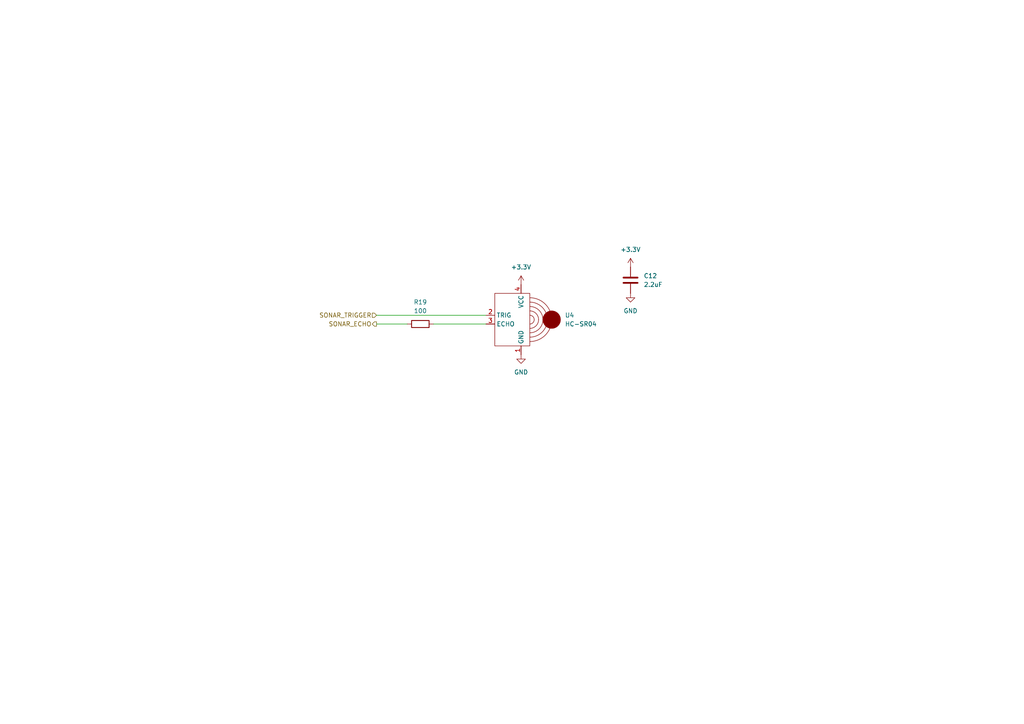
<source format=kicad_sch>
(kicad_sch (version 20230121) (generator eeschema)
  (paper "A4")
  (lib_symbols
    (symbol "Device:C" (pin_numbers hide) (pin_names (offset 0.254))
      (property "Reference" "C" (at 0.635 2.54 0))
      (property "Value" "C" (at 0.635 -2.54 0))
      (symbol "C_0_1"
        (polyline (pts (xy -2.032 -0.762) (xy 2.032 -0.762)) (stroke (width 0.508)))
        (polyline (pts (xy -2.032 0.762) (xy 2.032 0.762)) (stroke (width 0.508)))
      )
      (symbol "C_1_1"
        (pin passive line (at 0 3.81 270) (length 2.794) (name "~") (number "1"))
        (pin passive line (at 0 -3.81 90) (length 2.794) (name "~") (number "2"))
      )
    )
    (symbol "Device:R" (pin_numbers hide) (pin_names (offset 0))
      (property "Reference" "R" (at 2.032 0 90))
      (property "Value" "R" (at 0 0 90))
      (symbol "R_0_1"
        (rectangle (start -1.016 -2.54) (end 1.016 2.54) (stroke (width 0.254)))
      )
      (symbol "R_1_1"
        (pin passive line (at 0 3.81 270) (length 1.27) (name "~") (number "1"))
        (pin passive line (at 0 -3.81 90) (length 1.27) (name "~") (number "2"))
      )
    )
    (symbol "minimouse:HC-SR04"
      (property "Reference" "U" (at 0 0 0))
      (property "Value" "HC-SR04" (at 0 0 0))
      (symbol "HC-SR04_0_1"
        (rectangle (start -7.62 7.62) (end 2.54 -7.62))
        (arc (start 2.54 -6.35) (mid 7.0301 -4.4901) (end 8.89 0))
        (arc (start 2.54 -5.08) (mid 6.1321 -3.5921) (end 7.62 0))
        (arc (start 2.54 -3.81) (mid 5.2341 -2.6941) (end 6.35 0))
        (arc (start 2.54 -2.54) (mid 4.3361 -1.7961) (end 5.08 0))
        (arc (start 2.54 -1.27) (mid 3.438 -0.898) (end 3.81 0))
        (arc (start 3.81 0) (mid 3.438 0.898) (end 2.54 1.27))
        (arc (start 5.08 0) (mid 4.3361 1.7961) (end 2.54 2.54))
        (arc (start 6.35 0) (mid 5.2341 2.6941) (end 2.54 3.81))
        (arc (start 7.62 0) (mid 6.1321 3.5921) (end 2.54 5.08))
        (arc (start 8.89 0) (mid 7.0301 4.4901) (end 2.54 6.35))
      )
      (symbol "HC-SR04_1_1"
        (circle (center 8.89 0) (radius 2.54) (fill (type outline)))
        (pin power_in line (at 0 -10.16 90) (length 2.54) (name "GND") (number "1"))
        (pin input line (at -10.16 1.27 0) (length 2.54) (name "TRIG") (number "2"))
        (pin output line (at -10.16 -1.27 0) (length 2.54) (name "ECHO") (number "3"))
        (pin power_in line (at 0 10.16 270) (length 2.54) (name "VCC") (number "4"))
      )
    )
    (symbol "power:+3.3V" (power) (pin_names (offset 0))
      (property "Value" "+3.3V" (at 0 3.556 0))
      (symbol "+3.3V_0_1"
        (polyline (pts (xy -0.762 1.27) (xy 0 2.54)))
        (polyline (pts (xy 0 0) (xy 0 2.54)))
        (polyline (pts (xy 0 2.54) (xy 0.762 1.27)))
      )
      (symbol "+3.3V_1_1"
        (pin power_in line (at 0 0 90) (length 0) hide (name "+3.3V") (number "1"))
      )
    )
    (symbol "power:GND" (power) (pin_names (offset 0))
      (property "Value" "GND" (at 0 -3.81 0))
      (symbol "GND_0_1"
        (polyline (pts (xy 0 0) (xy 0 -1.27) (xy 1.27 -1.27) (xy 0 -2.54) (xy -1.27 -1.27) (xy 0 -1.27)))
      )
      (symbol "GND_1_1"
        (pin power_in line (at 0 0 270) (length 0) hide (name "GND") (number "1"))
      )
    )
  )
  (wire (pts (xy 109.22 93.98) (xy 118.11 93.98)))
  (wire (pts (xy 125.73 93.98) (xy 140.97 93.98)))
  (wire (pts (xy 109.22 91.44) (xy 140.97 91.44)))
  (hierarchical_label "SONAR_TRIGGER" (shape input) (at 109.22 91.44 180))
  (hierarchical_label "SONAR_ECHO" (shape output) (at 109.22 93.98 180))
  (symbol (lib_id "power:+3.3V") (at 151.13 82.55 0) (unit 1)
    (property "Reference" "#PWR029" (effects hide))
    (property "Value" "+3.3V" (at 151.13 77.47 0))
  )
  (symbol (lib_id "power:+3.3V") (at 182.88 77.47 0) (unit 1)
    (property "Reference" "#PWR030" (effects hide))
    (property "Value" "+3.3V" (at 182.88 72.39 0))
  )
  (symbol (lib_id "power:GND") (at 151.13 102.87 0) (unit 1)
    (property "Reference" "#PWR028" (effects hide))
    (property "Value" "GND" (at 151.13 107.95 0))
  )
  (symbol (lib_id "Device:R") (at 121.92 93.98 90) (unit 1)
    (property "Reference" "R19" (at 121.92 87.63 90))
    (property "Value" "100" (at 121.92 90.17 90))
    (property "Footprint" "Resistor_SMD:R_0603_1608Metric" (effects hide))
  )
  (symbol (lib_id "Device:C") (at 182.88 81.28 0) (unit 1)
    (property "Reference" "C12" (at 186.69 80.01 0) (effects (justify left)))
    (property "Value" "2.2uF" (at 186.69 82.55 0) (effects (justify left)))
    (property "Footprint" "Capacitor_SMD:C_0603_1608Metric" (effects hide))
  )
  (symbol (lib_id "power:GND") (at 182.88 85.09 0) (unit 1)
    (property "Reference" "#PWR031" (effects hide))
    (property "Value" "GND" (at 182.88 90.17 0))
  )
  (symbol (lib_id "minimouse:HC-SR04") (at 151.13 92.71 0) (unit 1)
    (property "Reference" "U4" (at 163.83 91.44 0) (effects (justify left)))
    (property "Value" "HC-SR04" (at 163.83 93.98 0) (effects (justify left)))
    (property "Footprint" "minimouse:HC-SR04" (effects hide))
  )
)
</source>
